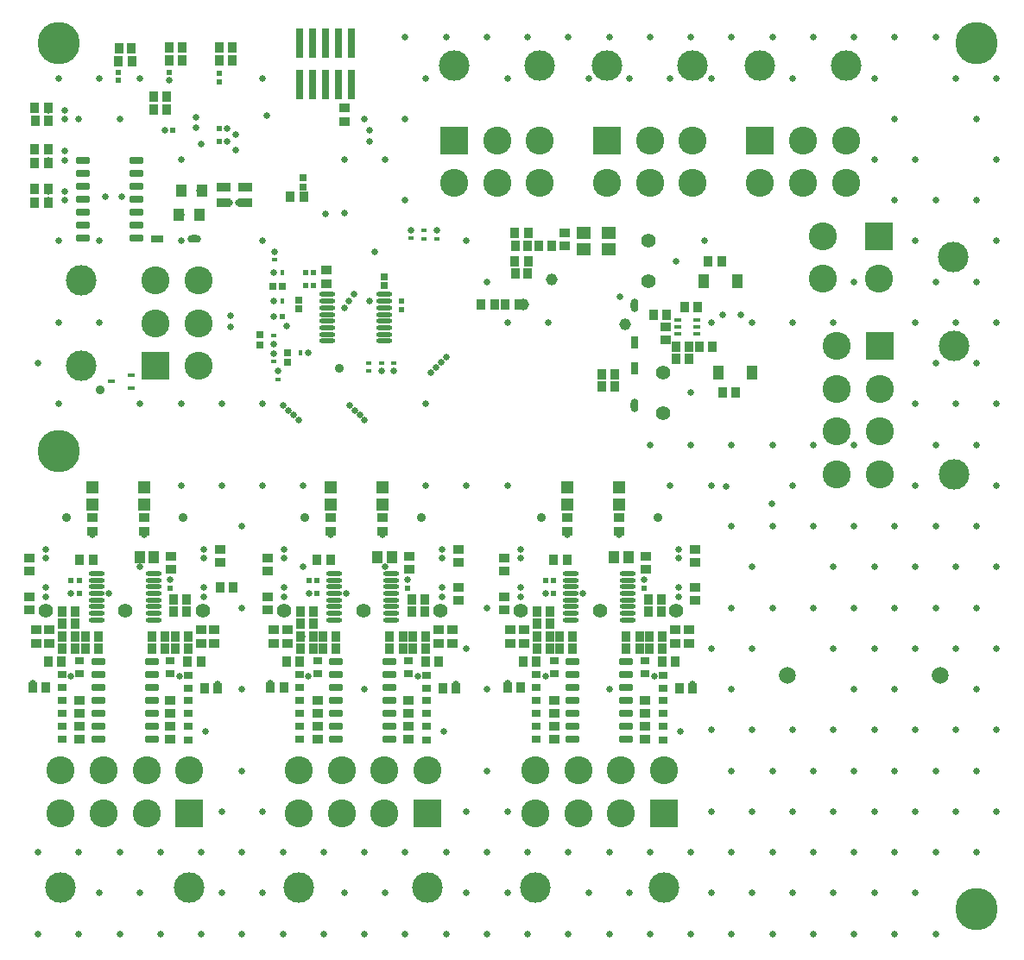
<source format=gbs>
G04*
G04 #@! TF.GenerationSoftware,Altium Limited,Altium Designer,24.2.2 (26)*
G04*
G04 Layer_Color=16711935*
%FSLAX44Y44*%
%MOMM*%
G71*
G04*
G04 #@! TF.SameCoordinates,5A119275-FC27-4C3E-9DDE-49B88916FCE2*
G04*
G04*
G04 #@! TF.FilePolarity,Negative*
G04*
G01*
G75*
%ADD25R,0.5200X0.5200*%
%ADD27R,0.5200X0.5200*%
%ADD45R,0.8000X0.4000*%
%ADD56R,1.1000X0.9500*%
%ADD57R,0.7000X0.7000*%
%ADD58R,0.9000X1.0000*%
%ADD59R,0.8500X1.0000*%
%ADD60C,2.7500*%
%ADD61R,2.7500X2.7500*%
%ADD62C,3.0000*%
%ADD63R,0.8000X2.9200*%
%ADD64R,2.7500X2.7500*%
%ADD65C,1.6580*%
%ADD66C,2.7534*%
%ADD67R,2.7534X2.7534*%
%ADD68C,2.9972*%
%ADD69C,0.6500*%
%ADD70C,0.9000*%
%ADD71C,1.4200*%
%ADD72C,1.1500*%
%ADD73C,4.1500*%
%ADD85R,0.7000X0.4200*%
%ADD90R,0.7621X1.3082*%
G04:AMPARAMS|DCode=91|XSize=1.3082mm|YSize=0.7621mm|CornerRadius=0.3811mm|HoleSize=0mm|Usage=FLASHONLY|Rotation=270.000|XOffset=0mm|YOffset=0mm|HoleType=Round|Shape=RoundedRectangle|*
%AMROUNDEDRECTD91*
21,1,1.3082,0.0000,0,0,270.0*
21,1,0.5461,0.7621,0,0,270.0*
1,1,0.7621,0.0000,-0.2730*
1,1,0.7621,0.0000,0.2730*
1,1,0.7621,0.0000,0.2730*
1,1,0.7621,0.0000,-0.2730*
%
%ADD91ROUNDEDRECTD91*%
%ADD93R,1.3082X0.7621*%
G04:AMPARAMS|DCode=94|XSize=1.3082mm|YSize=0.7621mm|CornerRadius=0.3811mm|HoleSize=0mm|Usage=FLASHONLY|Rotation=0.000|XOffset=0mm|YOffset=0mm|HoleType=Round|Shape=RoundedRectangle|*
%AMROUNDEDRECTD94*
21,1,1.3082,0.0000,0,0,0.0*
21,1,0.5461,0.7621,0,0,0.0*
1,1,0.7621,0.2730,0.0000*
1,1,0.7621,-0.2730,0.0000*
1,1,0.7621,-0.2730,0.0000*
1,1,0.7621,0.2730,0.0000*
%
%ADD94ROUNDEDRECTD94*%
%ADD95R,0.4000X0.5000*%
%ADD96R,1.3500X0.9500*%
%ADD97R,1.0000X1.2500*%
%ADD98R,0.5000X0.4000*%
%ADD99R,0.6725X0.7154*%
%ADD100R,0.7154X0.6725*%
%ADD101R,1.4562X1.2546*%
%ADD104R,0.8621X0.7565*%
%ADD106R,1.0000X0.9000*%
%ADD107O,1.5500X0.5000*%
%ADD108R,1.2000X1.3000*%
%ADD109R,0.9500X1.1000*%
G04:AMPARAMS|DCode=110|XSize=0.7mm|YSize=1.4mm|CornerRadius=0.1245mm|HoleSize=0mm|Usage=FLASHONLY|Rotation=270.000|XOffset=0mm|YOffset=0mm|HoleType=Round|Shape=RoundedRectangle|*
%AMROUNDEDRECTD110*
21,1,0.7000,1.1510,0,0,270.0*
21,1,0.4510,1.4000,0,0,270.0*
1,1,0.2490,-0.5755,-0.2255*
1,1,0.2490,-0.5755,0.2255*
1,1,0.2490,0.5755,0.2255*
1,1,0.2490,0.5755,-0.2255*
%
%ADD110ROUNDEDRECTD110*%
%ADD111R,1.1000X1.2000*%
%ADD112R,1.0000X0.8500*%
%ADD113R,1.0600X1.3700*%
D25*
X292000Y662500D02*
D03*
X300000D02*
D03*
X207448Y803751D02*
D03*
X215448D02*
D03*
X207448Y816501D02*
D03*
X215448D02*
D03*
X161948Y815001D02*
D03*
X153948D02*
D03*
X535500Y373250D02*
D03*
X527500D02*
D03*
X303500Y360500D02*
D03*
X295500D02*
D03*
X303500Y373250D02*
D03*
X295500D02*
D03*
X70250Y373250D02*
D03*
X62250D02*
D03*
X70250Y360500D02*
D03*
X62250D02*
D03*
X269350Y632000D02*
D03*
X261350D02*
D03*
X535500Y360500D02*
D03*
X527500D02*
D03*
X300000Y675250D02*
D03*
X292000D02*
D03*
D27*
X158250Y863750D02*
D03*
Y871750D02*
D03*
X108750Y863750D02*
D03*
Y871750D02*
D03*
X392500Y373500D02*
D03*
Y365500D02*
D03*
X159250Y373500D02*
D03*
Y365500D02*
D03*
X386500Y639000D02*
D03*
Y647000D02*
D03*
X207448Y870500D02*
D03*
Y862500D02*
D03*
X624500Y373500D02*
D03*
Y365500D02*
D03*
D45*
X657250Y615250D02*
D03*
Y621750D02*
D03*
Y628250D02*
D03*
X676250D02*
D03*
Y621750D02*
D03*
Y615250D02*
D03*
D56*
X312750Y677900D02*
D03*
Y664400D02*
D03*
X274250Y310750D02*
D03*
Y324250D02*
D03*
X261000Y310750D02*
D03*
Y324250D02*
D03*
X436087Y310750D02*
D03*
Y324250D02*
D03*
X422837Y310750D02*
D03*
Y324250D02*
D03*
X189587Y310750D02*
D03*
Y324250D02*
D03*
X202837Y310750D02*
D03*
Y324250D02*
D03*
X27750Y310750D02*
D03*
Y324250D02*
D03*
X41000Y310750D02*
D03*
Y324250D02*
D03*
X654837Y310750D02*
D03*
Y324250D02*
D03*
X668087Y310750D02*
D03*
Y324250D02*
D03*
X493000Y310750D02*
D03*
Y324250D02*
D03*
X506250Y310750D02*
D03*
Y324250D02*
D03*
D57*
X285850Y648250D02*
D03*
Y639250D02*
D03*
X369500Y662250D02*
D03*
Y671250D02*
D03*
X290000Y759250D02*
D03*
Y768250D02*
D03*
D58*
X595750Y563000D02*
D03*
X582750D02*
D03*
X497500Y686500D02*
D03*
X510500D02*
D03*
X497500Y713750D02*
D03*
X510500D02*
D03*
X533500Y701250D02*
D03*
X520500D02*
D03*
X501000Y644000D02*
D03*
X488000D02*
D03*
X464500D02*
D03*
X477500D02*
D03*
X277250Y750000D02*
D03*
X290250D02*
D03*
X171250Y883750D02*
D03*
X158250D02*
D03*
X158250Y896250D02*
D03*
X171250D02*
D03*
X273250Y293100D02*
D03*
X286250D02*
D03*
X322250Y306100D02*
D03*
X309250D02*
D03*
X258000Y267850D02*
D03*
X271000D02*
D03*
X322250Y318100D02*
D03*
X309250D02*
D03*
X374750Y318000D02*
D03*
X387750D02*
D03*
X422750Y292850D02*
D03*
X409750D02*
D03*
X374750Y306000D02*
D03*
X387750D02*
D03*
X439500Y266850D02*
D03*
X426500D02*
D03*
X206250Y266850D02*
D03*
X193250D02*
D03*
X141500Y306000D02*
D03*
X154500D02*
D03*
X189500Y292850D02*
D03*
X176500D02*
D03*
X141500Y318000D02*
D03*
X154500D02*
D03*
X89000Y318100D02*
D03*
X76000D02*
D03*
X24750Y267850D02*
D03*
X37750D02*
D03*
X89000Y306100D02*
D03*
X76000D02*
D03*
X40000Y293100D02*
D03*
X53000D02*
D03*
X207500Y896250D02*
D03*
X220500D02*
D03*
X156250Y847750D02*
D03*
X143250D02*
D03*
X220500Y883700D02*
D03*
X207500D02*
D03*
X108750Y882853D02*
D03*
X121750D02*
D03*
X156250Y835250D02*
D03*
X143250D02*
D03*
X671500Y266850D02*
D03*
X658500D02*
D03*
X606750Y306000D02*
D03*
X619750D02*
D03*
X654750Y292850D02*
D03*
X641750D02*
D03*
X606750Y318000D02*
D03*
X619750D02*
D03*
X554250Y318100D02*
D03*
X541250D02*
D03*
X490000Y267850D02*
D03*
X503000D02*
D03*
X554250Y306100D02*
D03*
X541250D02*
D03*
X505251Y293100D02*
D03*
X518250D02*
D03*
X655500Y590500D02*
D03*
X668500D02*
D03*
X678000Y602500D02*
D03*
X691000D02*
D03*
X664000Y641250D02*
D03*
X677000D02*
D03*
X701250Y557500D02*
D03*
X714250D02*
D03*
X687000Y686500D02*
D03*
X700000D02*
D03*
X40000Y824000D02*
D03*
X27000D02*
D03*
D59*
X595000Y575500D02*
D03*
X582500D02*
D03*
X497750Y701250D02*
D03*
X510250D02*
D03*
X497750Y673962D02*
D03*
X510250D02*
D03*
X299501Y306100D02*
D03*
X287001D02*
D03*
X299501Y318100D02*
D03*
X287001D02*
D03*
X397500Y318000D02*
D03*
X410000D02*
D03*
X397500Y306000D02*
D03*
X410000D02*
D03*
X396400Y354329D02*
D03*
X408900D02*
D03*
X396400Y342329D02*
D03*
X408900D02*
D03*
X299501Y330200D02*
D03*
X287001D02*
D03*
X299501Y342200D02*
D03*
X287001D02*
D03*
X66250Y342200D02*
D03*
X53750D02*
D03*
X66250Y330200D02*
D03*
X53750D02*
D03*
X163150Y342330D02*
D03*
X175650D02*
D03*
X163150Y354330D02*
D03*
X175650D02*
D03*
X221000Y365750D02*
D03*
X208500D02*
D03*
X164250Y306000D02*
D03*
X176750D02*
D03*
X164250Y318000D02*
D03*
X176750D02*
D03*
X66250Y318100D02*
D03*
X53750D02*
D03*
X66250Y306100D02*
D03*
X53750D02*
D03*
X121500Y895500D02*
D03*
X109000D02*
D03*
X531500Y342200D02*
D03*
X519001D02*
D03*
X531500Y330200D02*
D03*
X519001D02*
D03*
X628400Y342330D02*
D03*
X640900D02*
D03*
X628400Y354330D02*
D03*
X640900D02*
D03*
X629500Y306000D02*
D03*
X642000D02*
D03*
X629500Y318000D02*
D03*
X642000D02*
D03*
X531500Y318100D02*
D03*
X519001D02*
D03*
X531500Y306100D02*
D03*
X519001D02*
D03*
X668250Y602500D02*
D03*
X655750D02*
D03*
X646250Y633250D02*
D03*
X633750D02*
D03*
D60*
X522000Y763000D02*
D03*
X480000D02*
D03*
X438000D02*
D03*
X522000Y805000D02*
D03*
X480000D02*
D03*
X187000Y667250D02*
D03*
Y625250D02*
D03*
Y583250D02*
D03*
X145000Y667250D02*
D03*
Y625250D02*
D03*
X780000Y805000D02*
D03*
X822000D02*
D03*
X738000Y763000D02*
D03*
X780000D02*
D03*
X822000D02*
D03*
X517500Y186500D02*
D03*
X559500D02*
D03*
X601500D02*
D03*
X643500D02*
D03*
X517500Y144500D02*
D03*
X559500D02*
D03*
X601500D02*
D03*
X813000Y477000D02*
D03*
Y519000D02*
D03*
Y561000D02*
D03*
Y603000D02*
D03*
X855000Y477000D02*
D03*
Y519000D02*
D03*
Y561000D02*
D03*
X52250Y186500D02*
D03*
X94250D02*
D03*
X136250D02*
D03*
X178250D02*
D03*
X52250Y144500D02*
D03*
X94250D02*
D03*
X136250D02*
D03*
X285500Y186500D02*
D03*
X327500D02*
D03*
X369500D02*
D03*
X411500D02*
D03*
X285500Y144500D02*
D03*
X327500D02*
D03*
X369500D02*
D03*
X672000Y763000D02*
D03*
X630000D02*
D03*
X588000D02*
D03*
X672000Y805000D02*
D03*
X630000D02*
D03*
D61*
X438000Y805000D02*
D03*
X738000D02*
D03*
X643500Y144500D02*
D03*
X178250D02*
D03*
X411500Y144500D02*
D03*
X588000Y805000D02*
D03*
D62*
X522000Y878000D02*
D03*
X438000D02*
D03*
X72000Y667250D02*
D03*
Y583250D02*
D03*
X738000Y878000D02*
D03*
X822000D02*
D03*
X517500Y71500D02*
D03*
X643500D02*
D03*
X928000Y477000D02*
D03*
Y603000D02*
D03*
X52250Y71500D02*
D03*
X178250D02*
D03*
X285500Y71500D02*
D03*
X411500D02*
D03*
X672000Y878000D02*
D03*
X588000D02*
D03*
D63*
X286250Y860000D02*
D03*
X298950D02*
D03*
X311650D02*
D03*
X324350D02*
D03*
X337050D02*
D03*
X286250Y900300D02*
D03*
X298950D02*
D03*
X311650D02*
D03*
X324350D02*
D03*
X337050D02*
D03*
D64*
X145000Y583250D02*
D03*
X855000Y603000D02*
D03*
D65*
X765000Y280000D02*
D03*
X915000D02*
D03*
D66*
X799444Y710955D02*
D03*
Y669045D02*
D03*
X854562D02*
D03*
D67*
Y710955D02*
D03*
D68*
X927460Y690000D02*
D03*
D69*
X355000Y803750D02*
D03*
X718630Y633270D02*
D03*
X701630D02*
D03*
X690000Y626000D02*
D03*
X355000Y815000D02*
D03*
X950000Y826000D02*
D03*
X930000Y866000D02*
D03*
X970000D02*
D03*
Y786000D02*
D03*
X950000Y746000D02*
D03*
X970000Y706000D02*
D03*
X950000Y666000D02*
D03*
X970000Y626000D02*
D03*
X950000Y586000D02*
D03*
X970000Y546000D02*
D03*
X950000Y506000D02*
D03*
X970000Y466000D02*
D03*
X950000Y426000D02*
D03*
X970000Y386000D02*
D03*
X950000Y346000D02*
D03*
X970000Y306000D02*
D03*
X950000Y266000D02*
D03*
X970000Y226000D02*
D03*
X950000Y186000D02*
D03*
X970000Y146000D02*
D03*
X950000Y106000D02*
D03*
X910000Y906000D02*
D03*
Y746000D02*
D03*
Y666000D02*
D03*
X930000Y626000D02*
D03*
X910000Y586000D02*
D03*
X930000Y546000D02*
D03*
X910000Y506000D02*
D03*
Y426000D02*
D03*
X930000Y386000D02*
D03*
X910000Y346000D02*
D03*
X930000Y306000D02*
D03*
Y226000D02*
D03*
X910000Y186000D02*
D03*
X930000Y146000D02*
D03*
X910000Y106000D02*
D03*
Y26000D02*
D03*
X870000Y906000D02*
D03*
Y826000D02*
D03*
X890000Y786000D02*
D03*
X870000Y746000D02*
D03*
X890000Y706000D02*
D03*
Y626000D02*
D03*
Y546000D02*
D03*
Y466000D02*
D03*
X870000Y426000D02*
D03*
X890000Y386000D02*
D03*
X870000Y346000D02*
D03*
X890000Y306000D02*
D03*
X870000Y266000D02*
D03*
X890000Y226000D02*
D03*
X870000Y186000D02*
D03*
X890000Y146000D02*
D03*
X870000Y106000D02*
D03*
X890000Y66000D02*
D03*
X870000Y26000D02*
D03*
X830000Y906000D02*
D03*
X850000Y866000D02*
D03*
Y786000D02*
D03*
X830000Y666000D02*
D03*
Y506000D02*
D03*
Y426000D02*
D03*
X850000Y386000D02*
D03*
X830000Y346000D02*
D03*
X850000Y306000D02*
D03*
X830000Y266000D02*
D03*
X850000Y226000D02*
D03*
X830000Y186000D02*
D03*
X850000Y146000D02*
D03*
X830000Y106000D02*
D03*
X850000Y66000D02*
D03*
X830000Y26000D02*
D03*
X790000Y906000D02*
D03*
X810000Y626000D02*
D03*
X790000Y506000D02*
D03*
Y426000D02*
D03*
X810000Y386000D02*
D03*
X790000Y346000D02*
D03*
X810000Y306000D02*
D03*
Y226000D02*
D03*
X790000Y186000D02*
D03*
X810000Y146000D02*
D03*
X790000Y106000D02*
D03*
X810000Y66000D02*
D03*
X790000Y26000D02*
D03*
X750000Y906000D02*
D03*
X770000Y866000D02*
D03*
Y626000D02*
D03*
X750000Y506000D02*
D03*
X770000Y466000D02*
D03*
X750000Y426000D02*
D03*
Y346000D02*
D03*
X770000Y226000D02*
D03*
X750000Y186000D02*
D03*
X770000Y146000D02*
D03*
X750000Y106000D02*
D03*
X770000Y66000D02*
D03*
X750000Y26000D02*
D03*
X710000Y906000D02*
D03*
X730000Y626000D02*
D03*
X710000Y506000D02*
D03*
Y426000D02*
D03*
X730000Y386000D02*
D03*
X710000Y346000D02*
D03*
X730000Y306000D02*
D03*
X710000Y266000D02*
D03*
X730000Y226000D02*
D03*
X710000Y186000D02*
D03*
X730000Y146000D02*
D03*
X710000Y106000D02*
D03*
X730000Y66000D02*
D03*
X710000Y26000D02*
D03*
X670000Y906000D02*
D03*
X690000Y866000D02*
D03*
X670000Y506000D02*
D03*
X690000Y466000D02*
D03*
Y306000D02*
D03*
Y226000D02*
D03*
Y146000D02*
D03*
X670000Y106000D02*
D03*
X690000Y66000D02*
D03*
X670000Y26000D02*
D03*
X630000Y906000D02*
D03*
X650000Y866000D02*
D03*
X630000Y506000D02*
D03*
X650000Y466000D02*
D03*
X630000Y106000D02*
D03*
Y26000D02*
D03*
X590000Y906000D02*
D03*
X610000Y866000D02*
D03*
X590000Y266000D02*
D03*
Y106000D02*
D03*
X610000Y66000D02*
D03*
X590000Y26000D02*
D03*
X550000Y906000D02*
D03*
X570000Y866000D02*
D03*
X550000Y106000D02*
D03*
X570000Y66000D02*
D03*
X550000Y26000D02*
D03*
X510000Y906000D02*
D03*
X530000Y626000D02*
D03*
X510000Y106000D02*
D03*
Y26000D02*
D03*
X470000Y906000D02*
D03*
X490000Y866000D02*
D03*
X470000Y666000D02*
D03*
X490000Y626000D02*
D03*
Y466000D02*
D03*
X470000Y346000D02*
D03*
Y266000D02*
D03*
Y186000D02*
D03*
X490000Y146000D02*
D03*
X470000Y106000D02*
D03*
X490000Y66000D02*
D03*
X470000Y26000D02*
D03*
X430000Y906000D02*
D03*
X450000Y706000D02*
D03*
Y466000D02*
D03*
Y306000D02*
D03*
Y146000D02*
D03*
X430000Y106000D02*
D03*
X450000Y66000D02*
D03*
X430000Y26000D02*
D03*
X390000Y906000D02*
D03*
X410000Y866000D02*
D03*
X390000Y826000D02*
D03*
Y746000D02*
D03*
X410000Y546000D02*
D03*
Y466000D02*
D03*
X390000Y106000D02*
D03*
Y26000D02*
D03*
X350000Y826000D02*
D03*
X370000Y786000D02*
D03*
Y386000D02*
D03*
X350000Y266000D02*
D03*
Y106000D02*
D03*
X370000Y66000D02*
D03*
X350000Y26000D02*
D03*
X330000Y786000D02*
D03*
X310000Y106000D02*
D03*
X330000Y66000D02*
D03*
X310000Y26000D02*
D03*
X290000Y466000D02*
D03*
Y386000D02*
D03*
X270000Y106000D02*
D03*
Y26000D02*
D03*
X250000Y866000D02*
D03*
Y706000D02*
D03*
Y546000D02*
D03*
Y466000D02*
D03*
X230000Y426000D02*
D03*
Y346000D02*
D03*
Y266000D02*
D03*
Y186000D02*
D03*
X250000Y146000D02*
D03*
X230000Y106000D02*
D03*
X250000Y66000D02*
D03*
X230000Y26000D02*
D03*
X210000Y546000D02*
D03*
Y466000D02*
D03*
Y146000D02*
D03*
X190000Y106000D02*
D03*
X210000Y66000D02*
D03*
X190000Y26000D02*
D03*
X170000Y786000D02*
D03*
Y706000D02*
D03*
Y546000D02*
D03*
Y466000D02*
D03*
X150000Y106000D02*
D03*
Y26000D02*
D03*
X130000Y866000D02*
D03*
X110000Y826000D02*
D03*
X130000Y546000D02*
D03*
Y386000D02*
D03*
X110000Y106000D02*
D03*
X130000Y66000D02*
D03*
X110000Y26000D02*
D03*
X90000Y866000D02*
D03*
X70000Y826000D02*
D03*
X90000Y706000D02*
D03*
Y626000D02*
D03*
X70000Y106000D02*
D03*
X90000Y66000D02*
D03*
X70000Y26000D02*
D03*
X50000Y866000D02*
D03*
Y706000D02*
D03*
Y626000D02*
D03*
X30000Y586000D02*
D03*
X50000Y546000D02*
D03*
X30000Y106000D02*
D03*
Y26000D02*
D03*
X233000Y758500D02*
D03*
X211500Y758500D02*
D03*
X188250Y755166D02*
D03*
X170750Y732167D02*
D03*
X350250Y530000D02*
D03*
X345250Y535000D02*
D03*
X176750Y318000D02*
D03*
X421000Y716250D02*
D03*
X168750Y279250D02*
D03*
X177250Y255250D02*
D03*
X53500Y255359D02*
D03*
X89000Y255250D02*
D03*
X62000Y278750D02*
D03*
X410000Y318000D02*
D03*
X402000Y279250D02*
D03*
X410500Y255250D02*
D03*
X286750Y255358D02*
D03*
X322250Y255250D02*
D03*
X295250Y278750D02*
D03*
X527250Y278750D02*
D03*
X554250Y255250D02*
D03*
X518750Y255359D02*
D03*
X642500Y255250D02*
D03*
X634000Y279250D02*
D03*
X519001Y318100D02*
D03*
X642000Y318000D02*
D03*
X62250Y360500D02*
D03*
X99000Y360500D02*
D03*
X295500Y360500D02*
D03*
X332250Y360500D02*
D03*
X564250Y360500D02*
D03*
X527500Y360500D02*
D03*
X288500Y318100D02*
D03*
X53750Y318100D02*
D03*
X141500Y255250D02*
D03*
X374750Y255250D02*
D03*
X606750Y255250D02*
D03*
X273250Y622750D02*
D03*
X600750Y651500D02*
D03*
X219000Y622000D02*
D03*
X189750Y801000D02*
D03*
X185000Y827750D02*
D03*
Y817250D02*
D03*
X74000Y747250D02*
D03*
X749861Y448496D02*
D03*
X704750Y465000D02*
D03*
X223500Y810250D02*
D03*
X254000Y829000D02*
D03*
X683100Y706250D02*
D03*
X360250Y695750D02*
D03*
X369500Y671250D02*
D03*
X330000Y640500D02*
D03*
X335000Y647000D02*
D03*
X340000Y653500D02*
D03*
X355000Y647000D02*
D03*
X312750Y677900D02*
D03*
X311500Y732250D02*
D03*
X615000Y544750D02*
D03*
X415000Y577000D02*
D03*
X430000Y592000D02*
D03*
X425000Y587000D02*
D03*
X420000Y582000D02*
D03*
X340250Y540000D02*
D03*
X335250Y545000D02*
D03*
X659500Y224250D02*
D03*
X671500Y271100D02*
D03*
X625000Y255250D02*
D03*
X594750Y395500D02*
D03*
X599550Y417500D02*
D03*
X548750D02*
D03*
X548750Y464000D02*
D03*
X599500D02*
D03*
X599550Y434250D02*
D03*
X624500Y373500D02*
D03*
X549000Y393500D02*
D03*
X548750Y434250D02*
D03*
X536000Y255350D02*
D03*
X657750Y356750D02*
D03*
Y365750D02*
D03*
X657750Y394500D02*
D03*
Y403500D02*
D03*
X673750D02*
D03*
X673750Y365750D02*
D03*
X502750Y403500D02*
D03*
Y394500D02*
D03*
X502750Y365750D02*
D03*
Y356750D02*
D03*
X486750Y394500D02*
D03*
X486750Y356750D02*
D03*
X490000Y272100D02*
D03*
X427500Y224250D02*
D03*
X439500Y271100D02*
D03*
X393000Y255250D02*
D03*
X362750Y395500D02*
D03*
X367550Y417500D02*
D03*
X316750D02*
D03*
X316750Y464000D02*
D03*
X367500D02*
D03*
X367550Y434250D02*
D03*
X392500Y373500D02*
D03*
X317000Y393500D02*
D03*
X316750Y434250D02*
D03*
X304000Y255350D02*
D03*
X425750Y356750D02*
D03*
Y365750D02*
D03*
X425750Y394500D02*
D03*
Y403500D02*
D03*
X441750D02*
D03*
X441750Y365750D02*
D03*
X270750Y403500D02*
D03*
Y394500D02*
D03*
X270751Y365750D02*
D03*
Y356750D02*
D03*
X254750Y394500D02*
D03*
X254750Y356750D02*
D03*
X258000Y272100D02*
D03*
X194250Y224250D02*
D03*
X206250Y271100D02*
D03*
X159750Y255250D02*
D03*
X129500Y395500D02*
D03*
X285250Y530000D02*
D03*
X280250Y535000D02*
D03*
X270250Y545000D02*
D03*
X275250Y540000D02*
D03*
X134300Y417500D02*
D03*
X83500D02*
D03*
X83500Y464000D02*
D03*
X134250D02*
D03*
X134300Y434250D02*
D03*
X159250Y373500D02*
D03*
X83750Y393500D02*
D03*
X83500Y434250D02*
D03*
X70750Y255350D02*
D03*
X192500Y356750D02*
D03*
Y365750D02*
D03*
X192500Y394500D02*
D03*
Y403500D02*
D03*
X208500D02*
D03*
X208500Y365750D02*
D03*
X37500Y403500D02*
D03*
Y394500D02*
D03*
X37500Y365750D02*
D03*
Y356750D02*
D03*
X21500Y394500D02*
D03*
X21500Y356750D02*
D03*
X24750Y272100D02*
D03*
X219000Y632750D02*
D03*
X170750Y755166D02*
D03*
X188250Y732167D02*
D03*
X218125Y743750D02*
D03*
X226375D02*
D03*
X330000Y733750D02*
D03*
X298950Y860000D02*
D03*
X286250D02*
D03*
Y900300D02*
D03*
X298950D02*
D03*
X311650D02*
D03*
X324350D02*
D03*
X337050D02*
D03*
Y860000D02*
D03*
X324350D02*
D03*
X311650D02*
D03*
X207500Y883700D02*
D03*
X261350Y632000D02*
D03*
X290250Y750000D02*
D03*
X121500Y895500D02*
D03*
X223500Y795000D02*
D03*
X112300Y749250D02*
D03*
X95526D02*
D03*
X56000Y834500D02*
D03*
Y825500D02*
D03*
X40000Y834500D02*
D03*
Y825500D02*
D03*
X56000Y785250D02*
D03*
Y794250D02*
D03*
X40000D02*
D03*
Y785250D02*
D03*
X40000Y746000D02*
D03*
Y755000D02*
D03*
X56000D02*
D03*
Y746000D02*
D03*
X215448Y816501D02*
D03*
Y803751D02*
D03*
X153948Y815001D02*
D03*
X260963Y604959D02*
D03*
X295100Y596500D02*
D03*
X261100Y595500D02*
D03*
X265250Y578250D02*
D03*
X366500Y578250D02*
D03*
X379000D02*
D03*
X396000Y716750D02*
D03*
X261500Y695750D02*
D03*
X261059Y675250D02*
D03*
X261350Y647000D02*
D03*
X158250Y896250D02*
D03*
Y863750D02*
D03*
X109000Y895500D02*
D03*
X207500Y896250D02*
D03*
X714250Y557500D02*
D03*
X700000Y686500D02*
D03*
X645000Y608750D02*
D03*
X691000Y602500D02*
D03*
X655750Y686000D02*
D03*
X670000Y557250D02*
D03*
X696937Y577250D02*
D03*
X683000Y666500D02*
D03*
X678000Y602500D02*
D03*
X664000Y641250D02*
D03*
D70*
X325000Y581250D02*
D03*
X90750Y560250D02*
D03*
X637650Y434250D02*
D03*
X523350D02*
D03*
X405650Y434250D02*
D03*
X291350D02*
D03*
X172400Y434250D02*
D03*
X58100D02*
D03*
D71*
X424500Y343250D02*
D03*
X191500D02*
D03*
X655130Y343250D02*
D03*
X502750D02*
D03*
X580750Y343000D02*
D03*
X270751Y343250D02*
D03*
X348750Y343000D02*
D03*
X37500Y343250D02*
D03*
X115500Y343000D02*
D03*
X642437Y537500D02*
D03*
Y577250D02*
D03*
X628650Y666500D02*
D03*
Y706250D02*
D03*
D72*
X589174Y714289D02*
D03*
X564674D02*
D03*
X605981Y624500D02*
D03*
X533250Y668000D02*
D03*
X506000Y644000D02*
D03*
D73*
X50000Y500000D02*
D03*
X950000Y900000D02*
D03*
Y50000D02*
D03*
X50000Y900000D02*
D03*
D85*
X101500Y568250D02*
D03*
X121500Y561750D02*
D03*
Y574750D02*
D03*
D90*
X615000Y581250D02*
D03*
Y606250D02*
D03*
D91*
Y544750D02*
D03*
Y642750D02*
D03*
D93*
X146750Y708500D02*
D03*
D94*
X183250D02*
D03*
D95*
X269350Y647000D02*
D03*
X261350D02*
D03*
X295100Y596500D02*
D03*
X287100D02*
D03*
X269059Y675250D02*
D03*
X261059D02*
D03*
D96*
X233000Y758500D02*
D03*
Y743500D02*
D03*
X211500Y758500D02*
D03*
Y743500D02*
D03*
D97*
X170750Y755166D02*
D03*
X190750D02*
D03*
X188250Y732167D02*
D03*
X168250D02*
D03*
D98*
X366500Y586250D02*
D03*
Y578250D02*
D03*
X354000Y586250D02*
D03*
Y578250D02*
D03*
X421000Y708250D02*
D03*
Y716250D02*
D03*
X261100Y595500D02*
D03*
Y587500D02*
D03*
X261500Y695750D02*
D03*
Y687750D02*
D03*
X396000Y716750D02*
D03*
Y708750D02*
D03*
X379000Y578250D02*
D03*
Y586250D02*
D03*
X265250Y578250D02*
D03*
Y570250D02*
D03*
X260963Y612959D02*
D03*
Y604959D02*
D03*
X408500Y716250D02*
D03*
Y708250D02*
D03*
D99*
X247350Y604214D02*
D03*
Y613786D02*
D03*
X274600Y586714D02*
D03*
Y596286D02*
D03*
D100*
X260273Y661750D02*
D03*
X269845D02*
D03*
D101*
X564674Y714289D02*
D03*
Y697773D02*
D03*
X589174Y714289D02*
D03*
Y697773D02*
D03*
D104*
X304000Y294109D02*
D03*
Y281092D02*
D03*
X286500Y280858D02*
D03*
Y267841D02*
D03*
X286751Y216841D02*
D03*
Y229858D02*
D03*
Y255358D02*
D03*
Y242341D02*
D03*
X410500Y216591D02*
D03*
Y229608D02*
D03*
X410501Y255250D02*
D03*
Y242233D02*
D03*
X393000Y294109D02*
D03*
Y281092D02*
D03*
X410501Y279859D02*
D03*
Y266842D02*
D03*
X177250Y279858D02*
D03*
Y266841D02*
D03*
X159750Y294109D02*
D03*
Y281091D02*
D03*
X177250Y255250D02*
D03*
Y242233D02*
D03*
Y216591D02*
D03*
Y229608D02*
D03*
X53500Y255359D02*
D03*
Y242341D02*
D03*
Y216842D02*
D03*
Y229858D02*
D03*
X53250Y280859D02*
D03*
Y267842D02*
D03*
X70750Y294109D02*
D03*
Y281091D02*
D03*
X642500Y279859D02*
D03*
Y266842D02*
D03*
X625000Y294109D02*
D03*
Y281092D02*
D03*
X642500Y255250D02*
D03*
Y242233D02*
D03*
Y216591D02*
D03*
Y229608D02*
D03*
X518750Y255359D02*
D03*
Y242341D02*
D03*
Y216842D02*
D03*
Y229859D02*
D03*
X518500Y280859D02*
D03*
Y267842D02*
D03*
X536000Y294109D02*
D03*
Y281092D02*
D03*
D106*
X330750Y836500D02*
D03*
Y823500D02*
D03*
X546000Y714250D02*
D03*
Y701250D02*
D03*
X304000Y216849D02*
D03*
Y229850D02*
D03*
Y255350D02*
D03*
Y242349D02*
D03*
X393000Y216849D02*
D03*
Y229850D02*
D03*
X393000Y255250D02*
D03*
Y242250D02*
D03*
X316750Y421250D02*
D03*
Y434250D02*
D03*
X367550Y421250D02*
D03*
Y434250D02*
D03*
X134300Y421250D02*
D03*
Y434250D02*
D03*
X83500Y421250D02*
D03*
Y434250D02*
D03*
X159750Y255250D02*
D03*
Y242250D02*
D03*
Y216850D02*
D03*
Y229850D02*
D03*
X70750Y255350D02*
D03*
Y242350D02*
D03*
Y216850D02*
D03*
Y229850D02*
D03*
X548750Y421250D02*
D03*
Y434250D02*
D03*
X599550Y421250D02*
D03*
Y434250D02*
D03*
X625000Y255250D02*
D03*
Y242250D02*
D03*
Y216850D02*
D03*
Y229850D02*
D03*
X536000Y255350D02*
D03*
Y242350D02*
D03*
Y216850D02*
D03*
Y229850D02*
D03*
X645000Y608750D02*
D03*
Y621750D02*
D03*
D107*
X369500Y653500D02*
D03*
Y647000D02*
D03*
Y640500D02*
D03*
Y634000D02*
D03*
Y627500D02*
D03*
Y621000D02*
D03*
Y614500D02*
D03*
Y608000D02*
D03*
X313500Y653500D02*
D03*
Y647000D02*
D03*
Y640500D02*
D03*
Y634000D02*
D03*
Y627500D02*
D03*
Y621000D02*
D03*
Y614500D02*
D03*
Y608000D02*
D03*
X376500Y379750D02*
D03*
Y373250D02*
D03*
Y366750D02*
D03*
Y360250D02*
D03*
Y353750D02*
D03*
Y347250D02*
D03*
Y340750D02*
D03*
Y334250D02*
D03*
X320500Y379750D02*
D03*
Y373250D02*
D03*
Y366750D02*
D03*
Y360250D02*
D03*
Y353750D02*
D03*
Y347250D02*
D03*
Y340750D02*
D03*
Y334250D02*
D03*
X143250Y379750D02*
D03*
Y373250D02*
D03*
Y366750D02*
D03*
Y360250D02*
D03*
Y353750D02*
D03*
Y347250D02*
D03*
Y340750D02*
D03*
Y334250D02*
D03*
X87250Y379750D02*
D03*
Y373250D02*
D03*
Y366750D02*
D03*
Y360250D02*
D03*
Y353750D02*
D03*
Y347250D02*
D03*
Y340750D02*
D03*
Y334250D02*
D03*
X608500Y379750D02*
D03*
Y373250D02*
D03*
Y366750D02*
D03*
Y360250D02*
D03*
Y353750D02*
D03*
Y347250D02*
D03*
Y340750D02*
D03*
Y334250D02*
D03*
X552500Y379750D02*
D03*
Y373250D02*
D03*
Y366750D02*
D03*
Y360250D02*
D03*
Y353750D02*
D03*
Y347250D02*
D03*
Y340750D02*
D03*
Y334250D02*
D03*
D108*
X599500Y447000D02*
D03*
Y464000D02*
D03*
X548750D02*
D03*
Y447000D02*
D03*
X316750Y464000D02*
D03*
Y447000D02*
D03*
X367500Y464000D02*
D03*
Y447000D02*
D03*
X83500Y464000D02*
D03*
Y447000D02*
D03*
X134250Y464000D02*
D03*
Y447000D02*
D03*
D109*
X549000Y393500D02*
D03*
X535500D02*
D03*
X303500Y393500D02*
D03*
X317000D02*
D03*
X70250Y393500D02*
D03*
X83750D02*
D03*
X26500Y757250D02*
D03*
X40000D02*
D03*
X26500Y783000D02*
D03*
X40000D02*
D03*
X26500Y743750D02*
D03*
X40000D02*
D03*
X40000Y796500D02*
D03*
X26500D02*
D03*
X40000Y836500D02*
D03*
X26500D02*
D03*
D110*
X74000Y709150D02*
D03*
Y721850D02*
D03*
Y734550D02*
D03*
Y747250D02*
D03*
Y759950D02*
D03*
Y772650D02*
D03*
Y785350D02*
D03*
X126500Y709150D02*
D03*
Y721850D02*
D03*
Y734550D02*
D03*
Y747250D02*
D03*
Y759950D02*
D03*
Y772650D02*
D03*
Y785350D02*
D03*
X374750Y293350D02*
D03*
Y280650D02*
D03*
Y267950D02*
D03*
Y255250D02*
D03*
Y242550D02*
D03*
Y229850D02*
D03*
Y217150D02*
D03*
X322250Y293350D02*
D03*
Y280650D02*
D03*
Y267950D02*
D03*
Y255250D02*
D03*
Y242550D02*
D03*
Y229850D02*
D03*
Y217150D02*
D03*
X141500Y293350D02*
D03*
Y280650D02*
D03*
Y267950D02*
D03*
Y255250D02*
D03*
Y242550D02*
D03*
Y229850D02*
D03*
Y217150D02*
D03*
X89000Y293350D02*
D03*
Y280650D02*
D03*
Y267950D02*
D03*
Y255250D02*
D03*
Y242550D02*
D03*
Y229850D02*
D03*
Y217150D02*
D03*
X606750Y293350D02*
D03*
Y280650D02*
D03*
Y267950D02*
D03*
Y255250D02*
D03*
Y242550D02*
D03*
Y229850D02*
D03*
Y217150D02*
D03*
X554250Y293350D02*
D03*
Y280650D02*
D03*
Y267950D02*
D03*
Y255250D02*
D03*
Y242550D02*
D03*
Y229850D02*
D03*
Y217150D02*
D03*
D111*
X594750Y395500D02*
D03*
X608750D02*
D03*
X362750Y395500D02*
D03*
X376750D02*
D03*
X129500Y395500D02*
D03*
X143500D02*
D03*
D112*
X625500Y396250D02*
D03*
Y383750D02*
D03*
X254750Y382000D02*
D03*
Y394500D02*
D03*
X441750Y353250D02*
D03*
Y365750D02*
D03*
X254750Y344250D02*
D03*
Y356750D02*
D03*
X441750Y391000D02*
D03*
Y403500D02*
D03*
X393500Y396250D02*
D03*
Y383750D02*
D03*
X160250Y396250D02*
D03*
Y383750D02*
D03*
X208500Y391000D02*
D03*
Y403500D02*
D03*
X21500Y344250D02*
D03*
Y356750D02*
D03*
X21500Y382000D02*
D03*
Y394500D02*
D03*
X673750Y391000D02*
D03*
Y403500D02*
D03*
X486750Y344251D02*
D03*
Y356750D02*
D03*
X673749Y353250D02*
D03*
Y365750D02*
D03*
X486750Y382001D02*
D03*
Y394501D02*
D03*
D113*
X696937Y577250D02*
D03*
X729637D02*
D03*
X683000Y666500D02*
D03*
X715700D02*
D03*
M02*

</source>
